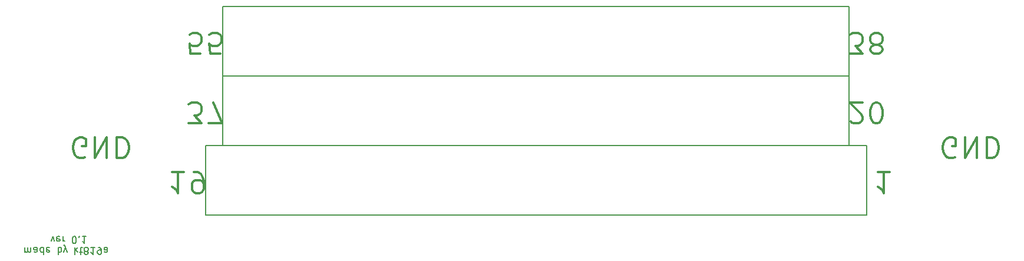
<source format=gbo>
G04 (created by PCBNEW (2013-07-07 BZR 4022)-stable) date 23/09/2014 08:58:54*
%MOIN*%
G04 Gerber Fmt 3.4, Leading zero omitted, Abs format*
%FSLAX34Y34*%
G01*
G70*
G90*
G04 APERTURE LIST*
%ADD10C,0.00590551*%
%ADD11C,0.00787402*%
%ADD12C,0.011811*%
G04 APERTURE END LIST*
G54D10*
X57705Y-60864D02*
X57705Y-61126D01*
X57705Y-61089D02*
X57724Y-61107D01*
X57761Y-61126D01*
X57817Y-61126D01*
X57855Y-61107D01*
X57874Y-61070D01*
X57874Y-60864D01*
X57874Y-61070D02*
X57892Y-61107D01*
X57930Y-61126D01*
X57986Y-61126D01*
X58023Y-61107D01*
X58042Y-61070D01*
X58042Y-60864D01*
X58398Y-60864D02*
X58398Y-61070D01*
X58380Y-61107D01*
X58342Y-61126D01*
X58267Y-61126D01*
X58230Y-61107D01*
X58398Y-60883D02*
X58361Y-60864D01*
X58267Y-60864D01*
X58230Y-60883D01*
X58211Y-60920D01*
X58211Y-60958D01*
X58230Y-60995D01*
X58267Y-61014D01*
X58361Y-61014D01*
X58398Y-61032D01*
X58755Y-60864D02*
X58755Y-61257D01*
X58755Y-60883D02*
X58717Y-60864D01*
X58642Y-60864D01*
X58605Y-60883D01*
X58586Y-60901D01*
X58567Y-60939D01*
X58567Y-61051D01*
X58586Y-61089D01*
X58605Y-61107D01*
X58642Y-61126D01*
X58717Y-61126D01*
X58755Y-61107D01*
X59092Y-60883D02*
X59055Y-60864D01*
X58980Y-60864D01*
X58942Y-60883D01*
X58923Y-60920D01*
X58923Y-61070D01*
X58942Y-61107D01*
X58980Y-61126D01*
X59055Y-61126D01*
X59092Y-61107D01*
X59111Y-61070D01*
X59111Y-61032D01*
X58923Y-60995D01*
X59580Y-60864D02*
X59580Y-61257D01*
X59580Y-61107D02*
X59617Y-61126D01*
X59692Y-61126D01*
X59730Y-61107D01*
X59748Y-61089D01*
X59767Y-61051D01*
X59767Y-60939D01*
X59748Y-60901D01*
X59730Y-60883D01*
X59692Y-60864D01*
X59617Y-60864D01*
X59580Y-60883D01*
X59898Y-61126D02*
X59992Y-60864D01*
X60086Y-61126D02*
X59992Y-60864D01*
X59955Y-60770D01*
X59936Y-60751D01*
X59898Y-60733D01*
X60536Y-60864D02*
X60536Y-61257D01*
X60573Y-61014D02*
X60686Y-60864D01*
X60686Y-61126D02*
X60536Y-60976D01*
X60798Y-61126D02*
X60948Y-61126D01*
X60854Y-61257D02*
X60854Y-60920D01*
X60873Y-60883D01*
X60911Y-60864D01*
X60948Y-60864D01*
X61136Y-61089D02*
X61098Y-61107D01*
X61079Y-61126D01*
X61061Y-61164D01*
X61061Y-61182D01*
X61079Y-61220D01*
X61098Y-61239D01*
X61136Y-61257D01*
X61211Y-61257D01*
X61248Y-61239D01*
X61267Y-61220D01*
X61286Y-61182D01*
X61286Y-61164D01*
X61267Y-61126D01*
X61248Y-61107D01*
X61211Y-61089D01*
X61136Y-61089D01*
X61098Y-61070D01*
X61079Y-61051D01*
X61061Y-61014D01*
X61061Y-60939D01*
X61079Y-60901D01*
X61098Y-60883D01*
X61136Y-60864D01*
X61211Y-60864D01*
X61248Y-60883D01*
X61267Y-60901D01*
X61286Y-60939D01*
X61286Y-61014D01*
X61267Y-61051D01*
X61248Y-61070D01*
X61211Y-61089D01*
X61661Y-60864D02*
X61436Y-60864D01*
X61548Y-60864D02*
X61548Y-61257D01*
X61511Y-61201D01*
X61473Y-61164D01*
X61436Y-61145D01*
X61848Y-60864D02*
X61923Y-60864D01*
X61961Y-60883D01*
X61979Y-60901D01*
X62017Y-60958D01*
X62035Y-61032D01*
X62035Y-61182D01*
X62017Y-61220D01*
X61998Y-61239D01*
X61961Y-61257D01*
X61886Y-61257D01*
X61848Y-61239D01*
X61829Y-61220D01*
X61811Y-61182D01*
X61811Y-61089D01*
X61829Y-61051D01*
X61848Y-61032D01*
X61886Y-61014D01*
X61961Y-61014D01*
X61998Y-61032D01*
X62017Y-61051D01*
X62035Y-61089D01*
X62373Y-60864D02*
X62373Y-61070D01*
X62354Y-61107D01*
X62317Y-61126D01*
X62242Y-61126D01*
X62204Y-61107D01*
X62373Y-60883D02*
X62335Y-60864D01*
X62242Y-60864D01*
X62204Y-60883D01*
X62185Y-60920D01*
X62185Y-60958D01*
X62204Y-60995D01*
X62242Y-61014D01*
X62335Y-61014D01*
X62373Y-61032D01*
X59186Y-60516D02*
X59280Y-60254D01*
X59373Y-60516D01*
X59673Y-60272D02*
X59636Y-60254D01*
X59561Y-60254D01*
X59523Y-60272D01*
X59505Y-60310D01*
X59505Y-60460D01*
X59523Y-60497D01*
X59561Y-60516D01*
X59636Y-60516D01*
X59673Y-60497D01*
X59692Y-60460D01*
X59692Y-60422D01*
X59505Y-60385D01*
X59861Y-60254D02*
X59861Y-60516D01*
X59861Y-60441D02*
X59880Y-60479D01*
X59898Y-60497D01*
X59936Y-60516D01*
X59973Y-60516D01*
X60479Y-60647D02*
X60517Y-60647D01*
X60554Y-60628D01*
X60573Y-60610D01*
X60592Y-60572D01*
X60611Y-60497D01*
X60611Y-60404D01*
X60592Y-60329D01*
X60573Y-60291D01*
X60554Y-60272D01*
X60517Y-60254D01*
X60479Y-60254D01*
X60442Y-60272D01*
X60423Y-60291D01*
X60404Y-60329D01*
X60386Y-60404D01*
X60386Y-60497D01*
X60404Y-60572D01*
X60423Y-60610D01*
X60442Y-60628D01*
X60479Y-60647D01*
X60779Y-60291D02*
X60798Y-60272D01*
X60779Y-60254D01*
X60761Y-60272D01*
X60779Y-60291D01*
X60779Y-60254D01*
X61173Y-60254D02*
X60948Y-60254D01*
X61061Y-60254D02*
X61061Y-60647D01*
X61023Y-60591D01*
X60986Y-60553D01*
X60948Y-60535D01*
G54D11*
X104330Y-47244D02*
X104330Y-51181D01*
X68897Y-47244D02*
X104330Y-47244D01*
X68897Y-51181D02*
X68897Y-47244D01*
X68897Y-51181D02*
X68897Y-55118D01*
X104330Y-51181D02*
X68897Y-51181D01*
X104330Y-55118D02*
X104330Y-51181D01*
X67913Y-55118D02*
X105314Y-55118D01*
X67913Y-59055D02*
X67913Y-55118D01*
X105314Y-59055D02*
X67913Y-59055D01*
X105314Y-55118D02*
X105314Y-59055D01*
G54D12*
X110320Y-55764D02*
X110208Y-55821D01*
X110039Y-55821D01*
X109870Y-55764D01*
X109758Y-55652D01*
X109701Y-55539D01*
X109645Y-55314D01*
X109645Y-55146D01*
X109701Y-54921D01*
X109758Y-54808D01*
X109870Y-54696D01*
X110039Y-54640D01*
X110151Y-54640D01*
X110320Y-54696D01*
X110376Y-54752D01*
X110376Y-55146D01*
X110151Y-55146D01*
X110883Y-54640D02*
X110883Y-55821D01*
X111557Y-54640D01*
X111557Y-55821D01*
X112120Y-54640D02*
X112120Y-55821D01*
X112401Y-55821D01*
X112570Y-55764D01*
X112682Y-55652D01*
X112739Y-55539D01*
X112795Y-55314D01*
X112795Y-55146D01*
X112739Y-54921D01*
X112682Y-54808D01*
X112570Y-54696D01*
X112401Y-54640D01*
X112120Y-54640D01*
X61107Y-55764D02*
X60995Y-55821D01*
X60826Y-55821D01*
X60658Y-55764D01*
X60545Y-55652D01*
X60489Y-55539D01*
X60433Y-55314D01*
X60433Y-55146D01*
X60489Y-54921D01*
X60545Y-54808D01*
X60658Y-54696D01*
X60826Y-54640D01*
X60939Y-54640D01*
X61107Y-54696D01*
X61164Y-54752D01*
X61164Y-55146D01*
X60939Y-55146D01*
X61670Y-54640D02*
X61670Y-55821D01*
X62345Y-54640D01*
X62345Y-55821D01*
X62907Y-54640D02*
X62907Y-55821D01*
X63188Y-55821D01*
X63357Y-55764D01*
X63470Y-55652D01*
X63526Y-55539D01*
X63582Y-55314D01*
X63582Y-55146D01*
X63526Y-54921D01*
X63470Y-54808D01*
X63357Y-54696D01*
X63188Y-54640D01*
X62907Y-54640D01*
X106636Y-56608D02*
X105961Y-56608D01*
X106299Y-56608D02*
X106299Y-57789D01*
X106186Y-57620D01*
X106074Y-57508D01*
X105961Y-57452D01*
X104415Y-53740D02*
X104471Y-53796D01*
X104583Y-53852D01*
X104865Y-53852D01*
X104977Y-53796D01*
X105033Y-53740D01*
X105089Y-53627D01*
X105089Y-53515D01*
X105033Y-53346D01*
X104358Y-52671D01*
X105089Y-52671D01*
X105821Y-53852D02*
X105933Y-53852D01*
X106046Y-53796D01*
X106102Y-53740D01*
X106158Y-53627D01*
X106214Y-53402D01*
X106214Y-53121D01*
X106158Y-52896D01*
X106102Y-52784D01*
X106046Y-52727D01*
X105933Y-52671D01*
X105821Y-52671D01*
X105708Y-52727D01*
X105652Y-52784D01*
X105596Y-52896D01*
X105539Y-53121D01*
X105539Y-53402D01*
X105596Y-53627D01*
X105652Y-53740D01*
X105708Y-53796D01*
X105821Y-53852D01*
X104358Y-49915D02*
X105089Y-49915D01*
X104696Y-49465D01*
X104865Y-49465D01*
X104977Y-49409D01*
X105033Y-49353D01*
X105089Y-49240D01*
X105089Y-48959D01*
X105033Y-48847D01*
X104977Y-48790D01*
X104865Y-48734D01*
X104527Y-48734D01*
X104415Y-48790D01*
X104358Y-48847D01*
X105764Y-49409D02*
X105652Y-49465D01*
X105596Y-49521D01*
X105539Y-49634D01*
X105539Y-49690D01*
X105596Y-49803D01*
X105652Y-49859D01*
X105764Y-49915D01*
X105989Y-49915D01*
X106102Y-49859D01*
X106158Y-49803D01*
X106214Y-49690D01*
X106214Y-49634D01*
X106158Y-49521D01*
X106102Y-49465D01*
X105989Y-49409D01*
X105764Y-49409D01*
X105652Y-49353D01*
X105596Y-49296D01*
X105539Y-49184D01*
X105539Y-48959D01*
X105596Y-48847D01*
X105652Y-48790D01*
X105764Y-48734D01*
X105989Y-48734D01*
X106102Y-48790D01*
X106158Y-48847D01*
X106214Y-48959D01*
X106214Y-49184D01*
X106158Y-49296D01*
X106102Y-49353D01*
X105989Y-49409D01*
X66704Y-56608D02*
X66029Y-56608D01*
X66366Y-56608D02*
X66366Y-57789D01*
X66254Y-57620D01*
X66141Y-57508D01*
X66029Y-57452D01*
X67266Y-56608D02*
X67491Y-56608D01*
X67604Y-56664D01*
X67660Y-56721D01*
X67772Y-56889D01*
X67829Y-57114D01*
X67829Y-57564D01*
X67772Y-57677D01*
X67716Y-57733D01*
X67604Y-57789D01*
X67379Y-57789D01*
X67266Y-57733D01*
X67210Y-57677D01*
X67154Y-57564D01*
X67154Y-57283D01*
X67210Y-57170D01*
X67266Y-57114D01*
X67379Y-57058D01*
X67604Y-57058D01*
X67716Y-57114D01*
X67772Y-57170D01*
X67829Y-57283D01*
X66957Y-53852D02*
X67688Y-53852D01*
X67294Y-53402D01*
X67463Y-53402D01*
X67575Y-53346D01*
X67632Y-53290D01*
X67688Y-53177D01*
X67688Y-52896D01*
X67632Y-52784D01*
X67575Y-52727D01*
X67463Y-52671D01*
X67125Y-52671D01*
X67013Y-52727D01*
X66957Y-52784D01*
X68082Y-53852D02*
X68869Y-53852D01*
X68363Y-52671D01*
X67632Y-49915D02*
X67069Y-49915D01*
X67013Y-49353D01*
X67069Y-49409D01*
X67182Y-49465D01*
X67463Y-49465D01*
X67575Y-49409D01*
X67632Y-49353D01*
X67688Y-49240D01*
X67688Y-48959D01*
X67632Y-48847D01*
X67575Y-48790D01*
X67463Y-48734D01*
X67182Y-48734D01*
X67069Y-48790D01*
X67013Y-48847D01*
X68757Y-49915D02*
X68194Y-49915D01*
X68138Y-49353D01*
X68194Y-49409D01*
X68307Y-49465D01*
X68588Y-49465D01*
X68700Y-49409D01*
X68757Y-49353D01*
X68813Y-49240D01*
X68813Y-48959D01*
X68757Y-48847D01*
X68700Y-48790D01*
X68588Y-48734D01*
X68307Y-48734D01*
X68194Y-48790D01*
X68138Y-48847D01*
M02*

</source>
